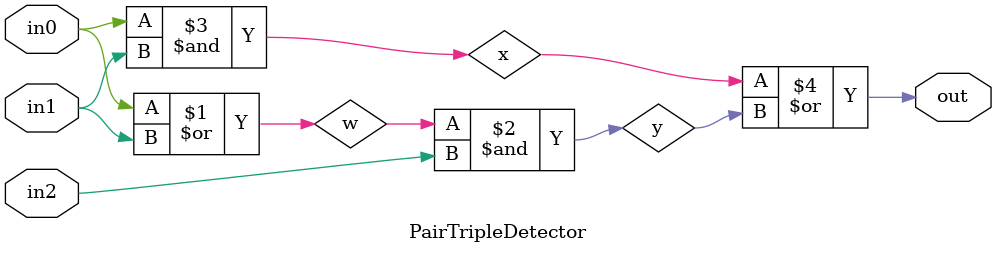
<source format=v>

module PairTripleDetector
(
  input  wire in0,
  input  wire in1,
  input  wire in2,
  output wire out
);

  // '''''''''''''''''''''''''''''''''''''''''''''''''''''''''''''''''''''
  // Discussion Section Task
  // '''''''''''''''''''''''''''''''''''''''''''''''''''''''''''''''''''''
  // Implement a pair/triple detector using explicit gate-level modeling.
  wire w;
  wire y;
  wire x;
  or(w, in0, in1);
  and(y, w, in2);
  and(x, in0, in1);
  or(out, x, y);
endmodule


</source>
